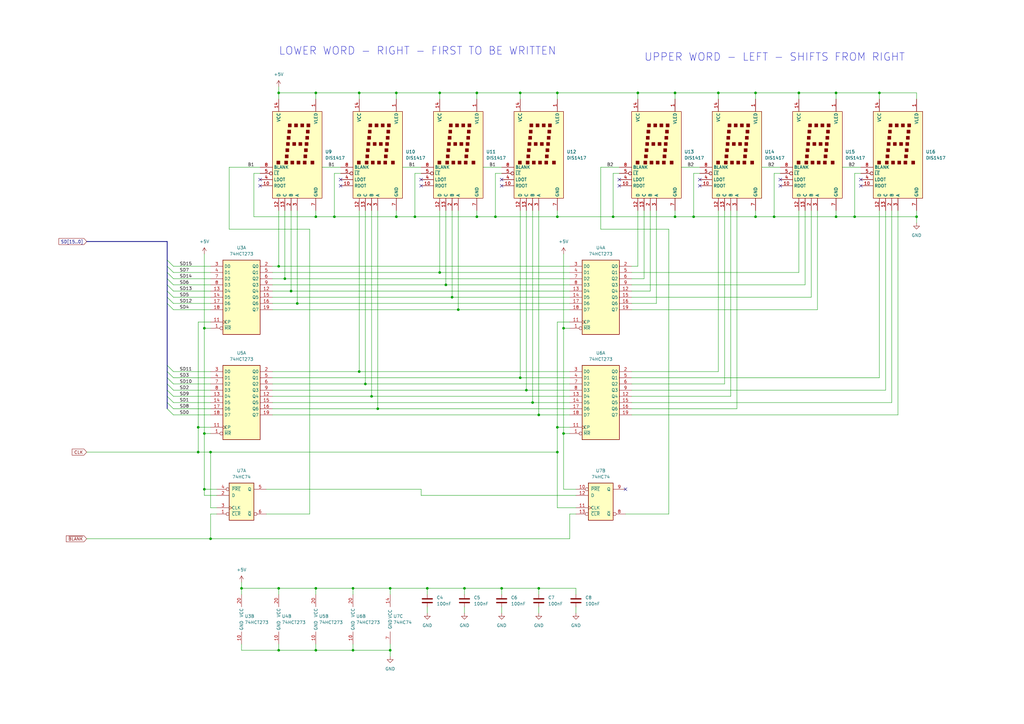
<source format=kicad_sch>
(kicad_sch (version 20211123) (generator eeschema)
  (paper "A3")
  (title_block (title "DISPLAYS") (date "2023-12-05") (rev "1") (company "(C) TOM STOREY") (comment 1 "FREE FOR NON-COMMERCIAL USE"))
  (lib_symbols
    (symbol "COMET_symbols:74x273"
      (property "Reference" "U" (at 0 0 0))
      (property "Value" "74x273" (at 0 0 0))
      (symbol "74x273_1_0"
        (pin input inverted (at -12.7 -12.7 0) (length 5.08) (name "~{MR}") (number "1"))
        (pin input clock (at -12.7 -10.16 0) (length 5.08) (name "CP") (number "11"))
        (pin output line (at 12.7 2.54 180) (length 5.08) (name "Q4") (number "12"))
        (pin input line (at -12.7 2.54 0) (length 5.08) (name "D4") (number "13"))
        (pin input line (at -12.7 0 0) (length 5.08) (name "D5") (number "14"))
        (pin output line (at 12.7 0 180) (length 5.08) (name "Q5") (number "15"))
        (pin output line (at 12.7 -2.54 180) (length 5.08) (name "Q6") (number "16"))
        (pin input line (at -12.7 -2.54 0) (length 5.08) (name "D6") (number "17"))
        (pin input line (at -12.7 -5.08 0) (length 5.08) (name "D7") (number "18"))
        (pin output line (at 12.7 -5.08 180) (length 5.08) (name "Q7") (number "19"))
        (pin output line (at 12.7 12.7 180) (length 5.08) (name "Q0") (number "2"))
        (pin input line (at -12.7 12.7 0) (length 5.08) (name "D0") (number "3"))
        (pin input line (at -12.7 10.16 0) (length 5.08) (name "D1") (number "4"))
        (pin output line (at 12.7 10.16 180) (length 5.08) (name "Q1") (number "5"))
        (pin output line (at 12.7 7.62 180) (length 5.08) (name "Q2") (number "6"))
        (pin input line (at -12.7 7.62 0) (length 5.08) (name "D2") (number "7"))
        (pin input line (at -12.7 5.08 0) (length 5.08) (name "D3") (number "8"))
        (pin output line (at 12.7 5.08 180) (length 5.08) (name "Q3") (number "9"))
      )
      (symbol "74x273_1_1"
        (rectangle (start -7.62 15.24) (end 7.62 -15.24) (stroke (width 0.254)) (fill (type background)))
      )
      (symbol "74x273_2_0"
        (pin power_in line (at 0 -10.16 90) (length 5.08) (name "GND") (number "10"))
        (pin power_in line (at 0 10.16 270) (length 5.08) (name "VCC") (number "20"))
      )
    )
    (symbol "COMET_symbols:74x74" (pin_names (offset 1.016))
      (property "Reference" "U" (at 0 0 0))
      (property "Value" "74x74" (at 0 0 0))
      (symbol "74x74_1_1"
        (rectangle (start -5.08 7.62) (end 5.08 -7.62) (stroke (width 0.254)) (fill (type background)))
        (pin input inverted (at -10.16 -5.08 0) (length 5.08) (name "~{CLR}") (number "1"))
        (pin input line (at -10.16 2.54 0) (length 5.08) (name "D") (number "2"))
        (pin input clock (at -10.16 -2.54 0) (length 5.08) (name "CLK") (number "3"))
        (pin input inverted (at -10.16 5.08 0) (length 5.08) (name "~{PRE}") (number "4"))
        (pin output line (at 10.16 5.08 180) (length 5.08) (name "Q") (number "5"))
        (pin output inverted (at 10.16 -5.08 180) (length 5.08) (name "~{Q}") (number "6"))
      )
      (symbol "74x74_2_1"
        (rectangle (start -5.08 7.62) (end 5.08 -7.62) (stroke (width 0.254)) (fill (type background)))
        (pin input inverted (at -10.16 5.08 0) (length 5.08) (name "~{PRE}") (number "10"))
        (pin input clock (at -10.16 -2.54 0) (length 5.08) (name "CLK") (number "11"))
        (pin input line (at -10.16 2.54 0) (length 5.08) (name "D") (number "12"))
        (pin input inverted (at -10.16 -5.08 0) (length 5.08) (name "~{CLR}") (number "13"))
        (pin output inverted (at 10.16 -5.08 180) (length 5.08) (name "~{Q}") (number "8"))
        (pin output line (at 10.16 5.08 180) (length 5.08) (name "Q") (number "9"))
      )
      (symbol "74x74_3_0"
        (pin power_in line (at 0 10.16 270) (length 5.08) (name "VCC") (number "14"))
        (pin power_in line (at 0 -10.16 90) (length 5.08) (name "GND") (number "7"))
      )
    )
    (symbol "COMET_symbols:C" (pin_numbers hide) (pin_names hide)
      (property "Reference" "C" (at 0 0 0))
      (property "Value" "C" (at 0 0 0))
      (symbol "C_0_1"
        (polyline (pts (xy -2.032 -0.762) (xy 2.032 -0.762)) (stroke (width 0.508)))
        (polyline (pts (xy -2.032 0.762) (xy 2.032 0.762)) (stroke (width 0.508)))
      )
      (symbol "C_1_1"
        (pin passive line (at 0 2.54 270) (length 1.524) (name "~") (number "1"))
        (pin passive line (at 0 -2.54 90) (length 1.524) (name "~") (number "2"))
      )
    )
    (symbol "Debug_Display_Board:DIS1417"
      (property "Reference" "U" (at 0 0 0))
      (property "Value" "DIS1417" (at 0 0 0))
      (symbol "DIS1417_0_1"
        (rectangle (start -10.16 17.78) (end 10.16 -17.78) (stroke (width 0.2032)) (fill (type background)))
        (rectangle (start -8.382 -2.54) (end -7.112 -3.81) (stroke (width 0.2032)) (fill (type outline)))
        (rectangle (start -5.207 -2.54) (end -3.937 -3.81) (stroke (width 0.2032)) (fill (type outline)))
        (rectangle (start -4.953 0) (end -3.683 -1.27) (stroke (width 0.2032)) (fill (type outline)))
        (rectangle (start -4.699 2.54) (end -3.429 1.27) (stroke (width 0.2032)) (fill (type outline)))
        (rectangle (start -4.445 5.08) (end -3.175 3.81) (stroke (width 0.2032)) (fill (type outline)))
        (rectangle (start -4.191 7.62) (end -2.921 6.35) (stroke (width 0.2032)) (fill (type outline)))
        (rectangle (start -3.937 10.16) (end -2.667 8.89) (stroke (width 0.2032)) (fill (type outline)))
        (rectangle (start -3.683 12.7) (end -2.413 11.43) (stroke (width 0.2032)) (fill (type outline)))
        (rectangle (start -2.667 -2.54) (end -1.397 -3.81) (stroke (width 0.2032)) (fill (type outline)))
        (rectangle (start -1.905 5.08) (end -0.635 3.81) (stroke (width 0.2032)) (fill (type outline)))
        (rectangle (start -1.143 12.7) (end 0.127 11.43) (stroke (width 0.2032)) (fill (type outline)))
        (rectangle (start -0.127 -2.54) (end 1.143 -3.81) (stroke (width 0.2032)) (fill (type outline)))
        (rectangle (start 0.635 5.08) (end 1.905 3.81) (stroke (width 0.2032)) (fill (type outline)))
        (rectangle (start 1.397 12.7) (end 2.667 11.43) (stroke (width 0.2032)) (fill (type outline)))
        (rectangle (start 2.413 -2.54) (end 3.683 -3.81) (stroke (width 0.2032)) (fill (type outline)))
        (rectangle (start 2.667 0) (end 3.937 -1.27) (stroke (width 0.2032)) (fill (type outline)))
        (rectangle (start 2.921 2.54) (end 4.191 1.27) (stroke (width 0.2032)) (fill (type outline)))
        (rectangle (start 3.175 5.08) (end 4.445 3.81) (stroke (width 0.2032)) (fill (type outline)))
        (rectangle (start 3.429 7.62) (end 4.699 6.35) (stroke (width 0.2032)) (fill (type outline)))
        (rectangle (start 3.683 10.16) (end 4.953 8.89) (stroke (width 0.2032)) (fill (type outline)))
        (rectangle (start 3.937 12.7) (end 5.207 11.43) (stroke (width 0.2032)) (fill (type outline)))
        (rectangle (start 5.588 -2.54) (end 6.858 -3.81) (stroke (width 0.2032)) (fill (type outline)))
      )
      (symbol "DIS1417_1_0"
        (pin power_in line (at 7.62 22.86 270) (length 5.08) (name "VLED") (number "1"))
        (pin input line (at -15.24 -12.7 0) (length 5.08) (name "RDOT") (number "10"))
        (pin input line (at -7.62 -22.86 90) (length 5.08) (name "D") (number "12"))
        (pin input line (at -5.08 -22.86 90) (length 5.08) (name "C") (number "13"))
        (pin power_in line (at -7.62 22.86 270) (length 5.08) (name "VCC") (number "14"))
        (pin input line (at -2.54 -22.86 90) (length 5.08) (name "B") (number "2"))
        (pin input line (at 0 -22.86 90) (length 5.08) (name "A") (number "3"))
        (pin input line (at -15.24 -10.16 0) (length 5.08) (name "LDOT") (number "4"))
        (pin input inverted (at -15.24 -7.62 0) (length 5.08) (name "~{LE}") (number "5"))
        (pin power_in line (at 7.62 -22.86 90) (length 5.08) (name "GND") (number "7"))
        (pin input line (at -15.24 -5.08 0) (length 5.08) (name "BLANK") (number "8"))
      )
    )
    (symbol "power:+5V" (power) (pin_names (offset 0))
      (property "Value" "+5V" (at 0 3.556 0))
      (symbol "+5V_0_1"
        (polyline (pts (xy -0.762 1.27) (xy 0 2.54)))
        (polyline (pts (xy 0 0) (xy 0 2.54)))
        (polyline (pts (xy 0 2.54) (xy 0.762 1.27)))
      )
      (symbol "+5V_1_1"
        (pin power_in line (at 0 0 90) (length 0) hide (name "+5V") (number "1"))
      )
    )
    (symbol "power:GND" (power) (pin_names (offset 0))
      (property "Value" "GND" (at 0 -3.81 0))
      (symbol "GND_0_1"
        (polyline (pts (xy 0 0) (xy 0 -1.27) (xy 1.27 -1.27) (xy 0 -2.54) (xy -1.27 -1.27) (xy 0 -1.27)))
      )
      (symbol "GND_1_1"
        (pin power_in line (at 0 0 270) (length 0) hide (name "GND") (number "1"))
      )
    )
  )
  (junction (at 149.86 157.48))
  (junction (at 162.56 38.1))
  (junction (at 129.54 88.9))
  (junction (at 114.3 241.3))
  (junction (at 251.46 88.9))
  (junction (at 342.9 38.1))
  (junction (at 175.26 241.3))
  (junction (at 129.54 266.7))
  (junction (at 190.5 241.3))
  (junction (at 327.66 38.1))
  (junction (at 144.78 266.7))
  (junction (at 276.86 38.1))
  (junction (at 218.44 165.1))
  (junction (at 228.6 185.42))
  (junction (at 86.36 220.98))
  (junction (at 205.74 241.3))
  (junction (at 83.82 134.62))
  (junction (at 276.86 88.9))
  (junction (at 116.84 114.3))
  (junction (at 180.34 38.1))
  (junction (at 309.88 38.1))
  (junction (at 309.88 88.9))
  (junction (at 195.58 88.9))
  (junction (at 228.6 175.26))
  (junction (at 317.5 88.9))
  (junction (at 121.92 124.46))
  (junction (at 180.34 111.76))
  (junction (at 99.06 241.3))
  (junction (at 144.78 241.3))
  (junction (at 261.62 38.1))
  (junction (at 187.96 127))
  (junction (at 203.2 88.9))
  (junction (at 129.54 38.1))
  (junction (at 119.38 119.38))
  (junction (at 81.28 185.42))
  (junction (at 83.82 177.8))
  (junction (at 231.14 177.8))
  (junction (at 350.52 88.9))
  (junction (at 231.14 134.62))
  (junction (at 147.32 152.4))
  (junction (at 228.6 88.9))
  (junction (at 152.4 162.56))
  (junction (at 114.3 109.22))
  (junction (at 83.82 200.66))
  (junction (at 185.42 121.92))
  (junction (at 160.02 241.3))
  (junction (at 137.16 88.9))
  (junction (at 284.48 88.9))
  (junction (at 220.98 170.18))
  (junction (at 220.98 241.3))
  (junction (at 213.36 154.94))
  (junction (at 129.54 241.3))
  (junction (at 213.36 38.1))
  (junction (at 375.92 88.9))
  (junction (at 215.9 160.02))
  (junction (at 147.32 38.1))
  (junction (at 228.6 38.1))
  (junction (at 160.02 266.7))
  (junction (at 162.56 88.9))
  (junction (at 81.28 175.26))
  (junction (at 294.64 38.1))
  (junction (at 360.68 38.1))
  (junction (at 114.3 266.7))
  (junction (at 114.3 38.1))
  (junction (at 170.18 88.9))
  (junction (at 86.36 185.42))
  (junction (at 154.94 167.64))
  (junction (at 342.9 88.9))
  (junction (at 195.58 38.1))
  (junction (at 182.88 116.84))
  (no_connect (at 205.74 73.66))
  (no_connect (at 254 76.2))
  (no_connect (at 287.02 73.66))
  (no_connect (at 205.74 76.2))
  (no_connect (at 320.04 73.66))
  (no_connect (at 320.04 76.2))
  (no_connect (at 353.06 76.2))
  (no_connect (at 106.68 76.2))
  (no_connect (at 172.72 76.2))
  (no_connect (at 172.72 73.66))
  (no_connect (at 139.7 76.2))
  (no_connect (at 106.68 73.66))
  (no_connect (at 139.7 73.66))
  (no_connect (at 353.06 73.66))
  (no_connect (at 287.02 76.2))
  (no_connect (at 254 73.66))
  (no_connect (at 256.54 200.66))
  (bus_entry (at 68.58 157.48) (size 2.54 2.54))
  (bus_entry (at 68.58 116.84) (size 2.54 2.54))
  (bus_entry (at 68.58 162.56) (size 2.54 2.54))
  (bus_entry (at 68.58 119.38) (size 2.54 2.54))
  (bus_entry (at 68.58 121.92) (size 2.54 2.54))
  (bus_entry (at 68.58 114.3) (size 2.54 2.54))
  (bus_entry (at 68.58 152.4) (size 2.54 2.54))
  (bus_entry (at 68.58 124.46) (size 2.54 2.54))
  (bus_entry (at 68.58 109.22) (size 2.54 2.54))
  (bus_entry (at 68.58 111.76) (size 2.54 2.54))
  (bus_entry (at 68.58 149.86) (size 2.54 2.54))
  (bus_entry (at 68.58 106.68) (size 2.54 2.54))
  (bus_entry (at 68.58 167.64) (size 2.54 2.54))
  (bus_entry (at 68.58 165.1) (size 2.54 2.54))
  (bus_entry (at 68.58 154.94) (size 2.54 2.54))
  (bus_entry (at 68.58 160.02) (size 2.54 2.54))
  (wire (pts (xy 261.62 38.1) (xy 276.86 38.1)))
  (wire (pts (xy 154.94 86.36) (xy 154.94 167.64)))
  (wire (pts (xy 233.68 170.18) (xy 220.98 170.18)))
  (wire (pts (xy 109.22 200.66) (xy 172.72 200.66)))
  (wire (pts (xy 195.58 38.1) (xy 213.36 38.1)))
  (wire (pts (xy 259.08 165.1) (xy 365.76 165.1)))
  (bus (pts (xy 68.58 111.76) (xy 68.58 109.22)))
  (wire (pts (xy 114.3 38.1) (xy 129.54 38.1)))
  (wire (pts (xy 129.54 38.1) (xy 129.54 40.64)))
  (wire (pts (xy 114.3 264.16) (xy 114.3 266.7)))
  (bus (pts (xy 68.58 119.38) (xy 68.58 116.84)))
  (wire (pts (xy 246.38 93.98) (xy 274.32 93.98)))
  (wire (pts (xy 71.12 167.64) (xy 86.36 167.64)))
  (wire (pts (xy 254 68.58) (xy 246.38 68.58)))
  (wire (pts (xy 71.12 124.46) (xy 86.36 124.46)))
  (wire (pts (xy 99.06 241.3) (xy 114.3 241.3)))
  (wire (pts (xy 276.86 38.1) (xy 294.64 38.1)))
  (wire (pts (xy 363.22 86.36) (xy 363.22 160.02)))
  (wire (pts (xy 246.38 68.58) (xy 246.38 93.98)))
  (wire (pts (xy 172.72 203.2) (xy 236.22 203.2)))
  (wire (pts (xy 119.38 86.36) (xy 119.38 119.38)))
  (wire (pts (xy 187.96 127) (xy 111.76 127)))
  (wire (pts (xy 287.02 71.12) (xy 284.48 71.12)))
  (wire (pts (xy 365.76 86.36) (xy 365.76 165.1)))
  (wire (pts (xy 71.12 162.56) (xy 86.36 162.56)))
  (wire (pts (xy 233.68 162.56) (xy 152.4 162.56)))
  (wire (pts (xy 160.02 266.7) (xy 160.02 269.24)))
  (wire (pts (xy 231.14 200.66) (xy 231.14 177.8)))
  (wire (pts (xy 83.82 134.62) (xy 83.82 177.8)))
  (wire (pts (xy 259.08 124.46) (xy 269.24 124.46)))
  (wire (pts (xy 185.42 86.36) (xy 185.42 121.92)))
  (wire (pts (xy 213.36 38.1) (xy 228.6 38.1)))
  (wire (pts (xy 114.3 266.7) (xy 129.54 266.7)))
  (bus (pts (xy 68.58 157.48) (xy 68.58 154.94)))
  (wire (pts (xy 233.68 121.92) (xy 185.42 121.92)))
  (wire (pts (xy 259.08 111.76) (xy 327.66 111.76)))
  (wire (pts (xy 233.68 132.08) (xy 228.6 132.08)))
  (wire (pts (xy 93.98 68.58) (xy 93.98 93.98)))
  (wire (pts (xy 320.04 68.58) (xy 312.42 68.58)))
  (wire (pts (xy 360.68 38.1) (xy 360.68 40.64)))
  (wire (pts (xy 88.9 200.66) (xy 83.82 200.66)))
  (wire (pts (xy 299.72 86.36) (xy 299.72 162.56)))
  (wire (pts (xy 175.26 241.3) (xy 160.02 241.3)))
  (wire (pts (xy 83.82 200.66) (xy 83.82 177.8)))
  (wire (pts (xy 261.62 86.36) (xy 261.62 109.22)))
  (wire (pts (xy 172.72 68.58) (xy 165.1 68.58)))
  (wire (pts (xy 259.08 157.48) (xy 297.18 157.48)))
  (bus (pts (xy 68.58 124.46) (xy 68.58 121.92)))
  (wire (pts (xy 236.22 200.66) (xy 231.14 200.66)))
  (wire (pts (xy 375.92 38.1) (xy 375.92 40.64)))
  (wire (pts (xy 116.84 114.3) (xy 111.76 114.3)))
  (wire (pts (xy 160.02 264.16) (xy 160.02 266.7)))
  (wire (pts (xy 149.86 157.48) (xy 111.76 157.48)))
  (wire (pts (xy 259.08 121.92) (xy 332.74 121.92)))
  (wire (pts (xy 86.36 220.98) (xy 233.68 220.98)))
  (wire (pts (xy 233.68 152.4) (xy 147.32 152.4)))
  (wire (pts (xy 205.74 241.3) (xy 190.5 241.3)))
  (wire (pts (xy 195.58 88.9) (xy 203.2 88.9)))
  (wire (pts (xy 254 71.12) (xy 251.46 71.12)))
  (wire (pts (xy 144.78 241.3) (xy 144.78 243.84)))
  (wire (pts (xy 342.9 38.1) (xy 360.68 38.1)))
  (wire (pts (xy 233.68 109.22) (xy 114.3 109.22)))
  (wire (pts (xy 228.6 38.1) (xy 228.6 40.64)))
  (wire (pts (xy 233.68 157.48) (xy 149.86 157.48)))
  (wire (pts (xy 269.24 86.36) (xy 269.24 124.46)))
  (wire (pts (xy 180.34 86.36) (xy 180.34 111.76)))
  (wire (pts (xy 152.4 162.56) (xy 111.76 162.56)))
  (bus (pts (xy 68.58 152.4) (xy 68.58 149.86)))
  (wire (pts (xy 83.82 203.2) (xy 83.82 200.66)))
  (wire (pts (xy 213.36 38.1) (xy 213.36 40.64)))
  (wire (pts (xy 71.12 121.92) (xy 86.36 121.92)))
  (wire (pts (xy 327.66 86.36) (xy 327.66 111.76)))
  (wire (pts (xy 228.6 86.36) (xy 228.6 88.9)))
  (wire (pts (xy 71.12 114.3) (xy 86.36 114.3)))
  (wire (pts (xy 160.02 241.3) (xy 160.02 243.84)))
  (wire (pts (xy 233.68 210.82) (xy 233.68 220.98)))
  (wire (pts (xy 149.86 86.36) (xy 149.86 157.48)))
  (wire (pts (xy 129.54 266.7) (xy 144.78 266.7)))
  (wire (pts (xy 99.06 266.7) (xy 114.3 266.7)))
  (wire (pts (xy 320.04 71.12) (xy 317.5 71.12)))
  (wire (pts (xy 368.3 86.36) (xy 368.3 170.18)))
  (wire (pts (xy 71.12 170.18) (xy 86.36 170.18)))
  (wire (pts (xy 259.08 119.38) (xy 266.7 119.38)))
  (wire (pts (xy 121.92 124.46) (xy 111.76 124.46)))
  (wire (pts (xy 195.58 86.36) (xy 195.58 88.9)))
  (wire (pts (xy 332.74 86.36) (xy 332.74 121.92)))
  (bus (pts (xy 68.58 109.22) (xy 68.58 106.68)))
  (wire (pts (xy 114.3 241.3) (xy 114.3 243.84)))
  (wire (pts (xy 236.22 210.82) (xy 233.68 210.82)))
  (wire (pts (xy 162.56 88.9) (xy 170.18 88.9)))
  (wire (pts (xy 259.08 152.4) (xy 294.64 152.4)))
  (wire (pts (xy 104.14 71.12) (xy 104.14 88.9)))
  (wire (pts (xy 83.82 104.14) (xy 83.82 134.62)))
  (bus (pts (xy 68.58 165.1) (xy 68.58 162.56)))
  (wire (pts (xy 180.34 38.1) (xy 180.34 40.64)))
  (wire (pts (xy 182.88 116.84) (xy 111.76 116.84)))
  (wire (pts (xy 233.68 160.02) (xy 215.9 160.02)))
  (wire (pts (xy 81.28 175.26) (xy 81.28 185.42)))
  (wire (pts (xy 317.5 88.9) (xy 342.9 88.9)))
  (wire (pts (xy 220.98 86.36) (xy 220.98 170.18)))
  (wire (pts (xy 251.46 88.9) (xy 276.86 88.9)))
  (wire (pts (xy 190.5 248.92) (xy 190.5 251.46)))
  (wire (pts (xy 353.06 68.58) (xy 345.44 68.58)))
  (wire (pts (xy 86.36 210.82) (xy 86.36 220.98)))
  (wire (pts (xy 175.26 243.84) (xy 175.26 241.3)))
  (wire (pts (xy 233.68 111.76) (xy 180.34 111.76)))
  (wire (pts (xy 170.18 88.9) (xy 195.58 88.9)))
  (wire (pts (xy 231.14 104.14) (xy 231.14 134.62)))
  (wire (pts (xy 215.9 160.02) (xy 111.76 160.02)))
  (wire (pts (xy 259.08 170.18) (xy 368.3 170.18)))
  (wire (pts (xy 335.28 86.36) (xy 335.28 127)))
  (wire (pts (xy 93.98 93.98) (xy 127 93.98)))
  (wire (pts (xy 309.88 86.36) (xy 309.88 88.9)))
  (wire (pts (xy 259.08 114.3) (xy 264.16 114.3)))
  (bus (pts (xy 68.58 160.02) (xy 68.58 157.48)))
  (wire (pts (xy 233.68 165.1) (xy 218.44 165.1)))
  (wire (pts (xy 205.74 248.92) (xy 205.74 251.46)))
  (wire (pts (xy 81.28 185.42) (xy 86.36 185.42)))
  (wire (pts (xy 259.08 109.22) (xy 261.62 109.22)))
  (wire (pts (xy 81.28 132.08) (xy 81.28 175.26)))
  (wire (pts (xy 218.44 86.36) (xy 218.44 165.1)))
  (bus (pts (xy 68.58 121.92) (xy 68.58 119.38)))
  (wire (pts (xy 342.9 38.1) (xy 342.9 40.64)))
  (wire (pts (xy 284.48 71.12) (xy 284.48 88.9)))
  (wire (pts (xy 127 93.98) (xy 127 210.82)))
  (wire (pts (xy 99.06 264.16) (xy 99.06 266.7)))
  (wire (pts (xy 353.06 71.12) (xy 350.52 71.12)))
  (wire (pts (xy 185.42 121.92) (xy 111.76 121.92)))
  (bus (pts (xy 35.56 99.06) (xy 68.58 99.06)))
  (wire (pts (xy 71.12 109.22) (xy 86.36 109.22)))
  (wire (pts (xy 35.56 220.98) (xy 86.36 220.98)))
  (wire (pts (xy 203.2 71.12) (xy 203.2 88.9)))
  (wire (pts (xy 330.2 86.36) (xy 330.2 116.84)))
  (wire (pts (xy 215.9 86.36) (xy 215.9 160.02)))
  (wire (pts (xy 231.14 177.8) (xy 233.68 177.8)))
  (wire (pts (xy 302.26 86.36) (xy 302.26 167.64)))
  (wire (pts (xy 116.84 86.36) (xy 116.84 114.3)))
  (wire (pts (xy 350.52 71.12) (xy 350.52 88.9)))
  (wire (pts (xy 71.12 127) (xy 86.36 127)))
  (wire (pts (xy 71.12 152.4) (xy 86.36 152.4)))
  (wire (pts (xy 162.56 38.1) (xy 162.56 40.64)))
  (wire (pts (xy 162.56 86.36) (xy 162.56 88.9)))
  (wire (pts (xy 233.68 154.94) (xy 213.36 154.94)))
  (wire (pts (xy 119.38 119.38) (xy 111.76 119.38)))
  (wire (pts (xy 139.7 71.12) (xy 137.16 71.12)))
  (wire (pts (xy 266.7 86.36) (xy 266.7 119.38)))
  (wire (pts (xy 99.06 241.3) (xy 99.06 243.84)))
  (wire (pts (xy 220.98 170.18) (xy 111.76 170.18)))
  (wire (pts (xy 83.82 177.8) (xy 86.36 177.8)))
  (wire (pts (xy 144.78 241.3) (xy 160.02 241.3)))
  (wire (pts (xy 147.32 86.36) (xy 147.32 152.4)))
  (wire (pts (xy 236.22 243.84) (xy 236.22 241.3)))
  (wire (pts (xy 274.32 93.98) (xy 274.32 210.82)))
  (wire (pts (xy 195.58 38.1) (xy 195.58 40.64)))
  (wire (pts (xy 127 210.82) (xy 109.22 210.82)))
  (wire (pts (xy 86.36 208.28) (xy 86.36 185.42)))
  (wire (pts (xy 233.68 114.3) (xy 116.84 114.3)))
  (wire (pts (xy 71.12 165.1) (xy 86.36 165.1)))
  (bus (pts (xy 68.58 162.56) (xy 68.58 160.02)))
  (wire (pts (xy 114.3 86.36) (xy 114.3 109.22)))
  (wire (pts (xy 114.3 241.3) (xy 129.54 241.3)))
  (wire (pts (xy 220.98 243.84) (xy 220.98 241.3)))
  (wire (pts (xy 327.66 38.1) (xy 327.66 40.64)))
  (wire (pts (xy 287.02 68.58) (xy 279.4 68.58)))
  (wire (pts (xy 259.08 160.02) (xy 363.22 160.02)))
  (bus (pts (xy 68.58 149.86) (xy 68.58 124.46)))
  (wire (pts (xy 259.08 116.84) (xy 330.2 116.84)))
  (wire (pts (xy 137.16 88.9) (xy 162.56 88.9)))
  (wire (pts (xy 228.6 88.9) (xy 251.46 88.9)))
  (wire (pts (xy 152.4 86.36) (xy 152.4 162.56)))
  (wire (pts (xy 182.88 86.36) (xy 182.88 116.84)))
  (wire (pts (xy 375.92 86.36) (xy 375.92 88.9)))
  (wire (pts (xy 162.56 38.1) (xy 180.34 38.1)))
  (wire (pts (xy 147.32 38.1) (xy 147.32 40.64)))
  (wire (pts (xy 147.32 38.1) (xy 162.56 38.1)))
  (wire (pts (xy 342.9 88.9) (xy 350.52 88.9)))
  (wire (pts (xy 71.12 160.02) (xy 86.36 160.02)))
  (wire (pts (xy 154.94 167.64) (xy 111.76 167.64)))
  (wire (pts (xy 81.28 175.26) (xy 86.36 175.26)))
  (wire (pts (xy 297.18 86.36) (xy 297.18 157.48)))
  (wire (pts (xy 213.36 154.94) (xy 111.76 154.94)))
  (wire (pts (xy 228.6 132.08) (xy 228.6 175.26)))
  (wire (pts (xy 360.68 38.1) (xy 375.92 38.1)))
  (wire (pts (xy 309.88 38.1) (xy 327.66 38.1)))
  (wire (pts (xy 205.74 71.12) (xy 203.2 71.12)))
  (wire (pts (xy 114.3 109.22) (xy 111.76 109.22)))
  (wire (pts (xy 205.74 243.84) (xy 205.74 241.3)))
  (wire (pts (xy 129.54 264.16) (xy 129.54 266.7)))
  (wire (pts (xy 327.66 38.1) (xy 342.9 38.1)))
  (wire (pts (xy 203.2 88.9) (xy 228.6 88.9)))
  (wire (pts (xy 233.68 134.62) (xy 231.14 134.62)))
  (wire (pts (xy 129.54 86.36) (xy 129.54 88.9)))
  (wire (pts (xy 236.22 208.28) (xy 228.6 208.28)))
  (wire (pts (xy 144.78 266.7) (xy 160.02 266.7)))
  (wire (pts (xy 88.9 208.28) (xy 86.36 208.28)))
  (wire (pts (xy 294.64 38.1) (xy 294.64 40.64)))
  (wire (pts (xy 172.72 71.12) (xy 170.18 71.12)))
  (wire (pts (xy 180.34 38.1) (xy 195.58 38.1)))
  (bus (pts (xy 68.58 167.64) (xy 68.58 165.1)))
  (wire (pts (xy 121.92 86.36) (xy 121.92 124.46)))
  (wire (pts (xy 71.12 111.76) (xy 86.36 111.76)))
  (wire (pts (xy 213.36 86.36) (xy 213.36 154.94)))
  (wire (pts (xy 139.7 68.58) (xy 132.08 68.58)))
  (wire (pts (xy 228.6 38.1) (xy 261.62 38.1)))
  (wire (pts (xy 86.36 185.42) (xy 228.6 185.42)))
  (wire (pts (xy 236.22 248.92) (xy 236.22 251.46)))
  (wire (pts (xy 228.6 208.28) (xy 228.6 185.42)))
  (wire (pts (xy 129.54 241.3) (xy 129.54 243.84)))
  (wire (pts (xy 309.88 38.1) (xy 309.88 40.64)))
  (wire (pts (xy 309.88 88.9) (xy 317.5 88.9)))
  (wire (pts (xy 264.16 86.36) (xy 264.16 114.3)))
  (wire (pts (xy 261.62 38.1) (xy 261.62 40.64)))
  (wire (pts (xy 375.92 88.9) (xy 375.92 91.44)))
  (wire (pts (xy 144.78 264.16) (xy 144.78 266.7)))
  (wire (pts (xy 228.6 175.26) (xy 228.6 185.42)))
  (wire (pts (xy 233.68 116.84) (xy 182.88 116.84)))
  (bus (pts (xy 68.58 154.94) (xy 68.58 152.4)))
  (wire (pts (xy 190.5 243.84) (xy 190.5 241.3)))
  (wire (pts (xy 88.9 203.2) (xy 83.82 203.2)))
  (wire (pts (xy 114.3 35.56) (xy 114.3 38.1)))
  (wire (pts (xy 274.32 210.82) (xy 256.54 210.82)))
  (wire (pts (xy 360.68 86.36) (xy 360.68 154.94)))
  (wire (pts (xy 71.12 116.84) (xy 86.36 116.84)))
  (wire (pts (xy 99.06 238.76) (xy 99.06 241.3)))
  (wire (pts (xy 71.12 119.38) (xy 86.36 119.38)))
  (wire (pts (xy 71.12 157.48) (xy 86.36 157.48)))
  (wire (pts (xy 180.34 111.76) (xy 111.76 111.76)))
  (wire (pts (xy 220.98 241.3) (xy 205.74 241.3)))
  (wire (pts (xy 294.64 86.36) (xy 294.64 152.4)))
  (wire (pts (xy 259.08 167.64) (xy 302.26 167.64)))
  (wire (pts (xy 342.9 86.36) (xy 342.9 88.9)))
  (wire (pts (xy 170.18 71.12) (xy 170.18 88.9)))
  (wire (pts (xy 86.36 132.08) (xy 81.28 132.08)))
  (wire (pts (xy 317.5 71.12) (xy 317.5 88.9)))
  (wire (pts (xy 104.14 88.9) (xy 129.54 88.9)))
  (wire (pts (xy 259.08 127) (xy 335.28 127)))
  (wire (pts (xy 129.54 88.9) (xy 137.16 88.9)))
  (wire (pts (xy 228.6 175.26) (xy 233.68 175.26)))
  (wire (pts (xy 276.86 88.9) (xy 284.48 88.9)))
  (wire (pts (xy 190.5 241.3) (xy 175.26 241.3)))
  (wire (pts (xy 233.68 127) (xy 187.96 127)))
  (wire (pts (xy 284.48 88.9) (xy 309.88 88.9)))
  (wire (pts (xy 114.3 38.1) (xy 114.3 40.64)))
  (wire (pts (xy 259.08 162.56) (xy 299.72 162.56)))
  (wire (pts (xy 231.14 134.62) (xy 231.14 177.8)))
  (wire (pts (xy 350.52 88.9) (xy 375.92 88.9)))
  (wire (pts (xy 129.54 38.1) (xy 147.32 38.1)))
  (wire (pts (xy 233.68 124.46) (xy 121.92 124.46)))
  (wire (pts (xy 187.96 86.36) (xy 187.96 127)))
  (wire (pts (xy 129.54 241.3) (xy 144.78 241.3)))
  (wire (pts (xy 276.86 38.1) (xy 276.86 40.64)))
  (wire (pts (xy 218.44 165.1) (xy 111.76 165.1)))
  (wire (pts (xy 71.12 154.94) (xy 86.36 154.94)))
  (wire (pts (xy 86.36 134.62) (xy 83.82 134.62)))
  (wire (pts (xy 175.26 248.92) (xy 175.26 251.46)))
  (wire (pts (xy 93.98 68.58) (xy 106.68 68.58)))
  (wire (pts (xy 137.16 71.12) (xy 137.16 88.9)))
  (bus (pts (xy 68.58 106.68) (xy 68.58 99.06)))
  (wire (pts (xy 251.46 71.12) (xy 251.46 88.9)))
  (wire (pts (xy 106.68 71.12) (xy 104.14 71.12)))
  (wire (pts (xy 233.68 167.64) (xy 154.94 167.64)))
  (bus (pts (xy 68.58 116.84) (xy 68.58 114.3)))
  (wire (pts (xy 294.64 38.1) (xy 309.88 38.1)))
  (wire (pts (xy 259.08 154.94) (xy 360.68 154.94)))
  (wire (pts (xy 236.22 241.3) (xy 220.98 241.3)))
  (wire (pts (xy 276.86 86.36) (xy 276.86 88.9)))
  (bus (pts (xy 68.58 114.3) (xy 68.58 111.76)))
  (wire (pts (xy 35.56 185.42) (xy 81.28 185.42)))
  (wire (pts (xy 233.68 119.38) (xy 119.38 119.38)))
  (wire (pts (xy 220.98 248.92) (xy 220.98 251.46)))
  (wire (pts (xy 172.72 200.66) (xy 172.72 203.2)))
  (wire (pts (xy 147.32 152.4) (xy 111.76 152.4)))
  (wire (pts (xy 205.74 68.58) (xy 198.12 68.58)))
  (wire (pts (xy 88.9 210.82) (xy 86.36 210.82)))
  (text "LOWER WORD - RIGHT - FIRST TO BE WRITTEN" (at 114.3 22.86 0) (effects (font (size 3.175 3.175)) (justify left bottom)))
  (text "UPPER WORD - LEFT - SHIFTS FROM RIGHT" (at 264.16 25.4 0) (effects (font (size 3.175 3.175)) (justify left bottom)))
  (label "SD12" (at 73.66 124.46 0))
  (label "SD11" (at 73.66 152.4 0))
  (label "SD4" (at 73.66 127 0))
  (label "SD5" (at 73.66 121.92 0))
  (label "SD15" (at 73.66 109.22 0))
  (label "SD8" (at 73.66 167.64 0))
  (label "SD14" (at 73.66 114.3 0))
  (label "B2" (at 347.98 68.58 0))
  (label "SD0" (at 73.66 170.18 0))
  (label "SD9" (at 73.66 162.56 0))
  (label "B1" (at 134.62 68.58 0))
  (label "SD1" (at 73.66 165.1 0))
  (label "B2" (at 314.96 68.58 0))
  (label "SD6" (at 73.66 116.84 0))
  (label "B2" (at 281.94 68.58 0))
  (label "SD2" (at 73.66 160.02 0))
  (label "SD7" (at 73.66 111.76 0))
  (label "SD3" (at 73.66 154.94 0))
  (label "B1" (at 200.66 68.58 0))
  (label "SD10" (at 73.66 157.48 0))
  (label "B1" (at 101.6 68.58 0))
  (label "B2" (at 248.92 68.58 0))
  (label "B1" (at 167.64 68.58 0))
  (label "SD13" (at 73.66 119.38 0))
  (global_label "SD[15..0]" (shape input) (at 35.56 99.06 180) (property "Intersheet References" "${INTERSHEET_REFS}" (effects hide)))
  (global_label "~{BLANK}" (shape input) (at 35.56 220.98 180) (property "Intersheet References" "${INTERSHEET_REFS}" (effects hide)))
  (global_label "CLK" (shape input) (at 35.56 185.42 180) (property "Intersheet References" "${INTERSHEET_REFS}" (effects hide)))
  (symbol (lib_id "COMET_symbols:74x74") (at 160.02 254 0) (unit 3)
    (property "Reference" "U7" (at 161.29 252.7299 0) (effects (justify left)))
    (property "Value" "74HC74" (at 161.29 255.2699 0) (effects (justify left)))
  )
  (symbol (lib_id "COMET_symbols:74x273") (at 246.38 121.92 0) (unit 1)
    (property "Reference" "U4" (at 246.38 101.6 0))
    (property "Value" "74HCT273" (at 246.38 104.14 0))
  )
  (symbol (lib_id "Debug_Display_Board:DIS1417") (at 302.26 63.5 0) (unit 1)
    (property "Reference" "U14" (at 313.69 62.2299 0) (effects (justify left)))
    (property "Value" "DIS1417" (at 313.69 64.7699 0) (effects (justify left)))
    (property "Footprint" "Package_DIP:DIP-14_W7.62mm_Socket" (effects hide))
  )
  (symbol (lib_id "COMET_symbols:C") (at 236.22 246.38 0) (unit 1)
    (property "Reference" "C8" (at 240.03 245.1099 0) (effects (justify left)))
    (property "Value" "100nF" (at 240.03 247.6499 0) (effects (justify left)))
    (property "Footprint" "COMET_footprints:C_SMD0805" (effects hide))
  )
  (symbol (lib_id "Debug_Display_Board:DIS1417") (at 121.92 63.5 0) (unit 1)
    (property "Reference" "U9" (at 133.35 62.2299 0) (effects (justify left)))
    (property "Value" "DIS1417" (at 133.35 64.7699 0) (effects (justify left)))
    (property "Footprint" "Package_DIP:DIP-14_W7.62mm_Socket" (effects hide))
  )
  (symbol (lib_id "COMET_symbols:C") (at 220.98 246.38 0) (unit 1)
    (property "Reference" "C7" (at 224.79 245.1099 0) (effects (justify left)))
    (property "Value" "100nF" (at 224.79 247.6499 0) (effects (justify left)))
    (property "Footprint" "COMET_footprints:C_SMD0805" (effects hide))
  )
  (symbol (lib_id "COMET_symbols:C") (at 190.5 246.38 0) (unit 1)
    (property "Reference" "C5" (at 194.31 245.1099 0) (effects (justify left)))
    (property "Value" "100nF" (at 194.31 247.6499 0) (effects (justify left)))
    (property "Footprint" "COMET_footprints:C_SMD0805" (effects hide))
  )
  (symbol (lib_id "COMET_symbols:C") (at 205.74 246.38 0) (unit 1)
    (property "Reference" "C6" (at 209.55 245.1099 0) (effects (justify left)))
    (property "Value" "100nF" (at 209.55 247.6499 0) (effects (justify left)))
    (property "Footprint" "COMET_footprints:C_SMD0805" (effects hide))
  )
  (symbol (lib_id "power:GND") (at 220.98 251.46 0) (unit 1)
    (property "Reference" "#PWR024" (effects hide))
    (property "Value" "GND" (at 220.98 256.54 0))
  )
  (symbol (lib_id "Debug_Display_Board:DIS1417") (at 154.94 63.5 0) (unit 1)
    (property "Reference" "U10" (at 166.37 62.2299 0) (effects (justify left)))
    (property "Value" "DIS1417" (at 166.37 64.7699 0) (effects (justify left)))
    (property "Footprint" "Package_DIP:DIP-14_W7.62mm_Socket" (effects hide))
  )
  (symbol (lib_id "power:GND") (at 375.92 91.44 0) (unit 1)
    (property "Reference" "#PWR027" (effects hide))
    (property "Value" "GND" (at 375.92 96.52 0))
  )
  (symbol (lib_id "power:+5V") (at 231.14 104.14 0) (unit 1)
    (property "Reference" "#PWR025" (effects hide))
    (property "Value" "+5V" (at 231.14 99.06 0))
  )
  (symbol (lib_id "COMET_symbols:74x273") (at 246.38 165.1 0) (unit 1)
    (property "Reference" "U6" (at 246.38 144.78 0))
    (property "Value" "74HCT273" (at 246.38 147.32 0))
  )
  (symbol (lib_id "power:+5V") (at 99.06 238.76 0) (unit 1)
    (property "Reference" "#PWR018" (effects hide))
    (property "Value" "+5V" (at 99.06 233.68 0))
  )
  (symbol (lib_id "COMET_symbols:74x273") (at 99.06 121.92 0) (unit 1)
    (property "Reference" "U3" (at 99.06 101.6 0))
    (property "Value" "74HCT273" (at 99.06 104.14 0))
  )
  (symbol (lib_id "power:GND") (at 236.22 251.46 0) (unit 1)
    (property "Reference" "#PWR026" (effects hide))
    (property "Value" "GND" (at 236.22 256.54 0))
  )
  (symbol (lib_id "Debug_Display_Board:DIS1417") (at 335.28 63.5 0) (unit 1)
    (property "Reference" "U15" (at 346.71 62.2299 0) (effects (justify left)))
    (property "Value" "DIS1417" (at 346.71 64.7699 0) (effects (justify left)))
    (property "Footprint" "Package_DIP:DIP-14_W7.62mm_Socket" (effects hide))
  )
  (symbol (lib_id "COMET_symbols:74x74") (at 246.38 205.74 0) (unit 2)
    (property "Reference" "U7" (at 246.38 193.04 0))
    (property "Value" "74HC74" (at 246.38 195.58 0))
  )
  (symbol (lib_id "COMET_symbols:74x273") (at 99.06 165.1 0) (unit 1)
    (property "Reference" "U5" (at 99.06 144.78 0))
    (property "Value" "74HCT273" (at 99.06 147.32 0))
  )
  (symbol (lib_id "COMET_symbols:74x273") (at 99.06 254 0) (unit 2)
    (property "Reference" "U3" (at 100.33 252.7299 0) (effects (justify left)))
    (property "Value" "74HCT273" (at 100.33 255.2699 0) (effects (justify left)))
  )
  (symbol (lib_id "power:GND") (at 160.02 269.24 0) (unit 1)
    (property "Reference" "#PWR020" (effects hide))
    (property "Value" "GND" (at 160.02 274.32 0))
  )
  (symbol (lib_id "power:GND") (at 190.5 251.46 0) (unit 1)
    (property "Reference" "#PWR022" (effects hide))
    (property "Value" "GND" (at 190.5 256.54 0))
  )
  (symbol (lib_id "power:GND") (at 205.74 251.46 0) (unit 1)
    (property "Reference" "#PWR023" (effects hide))
    (property "Value" "GND" (at 205.74 256.54 0))
  )
  (symbol (lib_id "Debug_Display_Board:DIS1417") (at 187.96 63.5 0) (unit 1)
    (property "Reference" "U11" (at 199.39 62.2299 0) (effects (justify left)))
    (property "Value" "DIS1417" (at 199.39 64.7699 0) (effects (justify left)))
    (property "Footprint" "Package_DIP:DIP-14_W7.62mm_Socket" (effects hide))
  )
  (symbol (lib_id "Debug_Display_Board:DIS1417") (at 269.24 63.5 0) (unit 1)
    (property "Reference" "U13" (at 280.67 62.2299 0) (effects (justify left)))
    (property "Value" "DIS1417" (at 280.67 64.7699 0) (effects (justify left)))
    (property "Footprint" "Package_DIP:DIP-14_W7.62mm_Socket" (effects hide))
  )
  (symbol (lib_id "Debug_Display_Board:DIS1417") (at 368.3 63.5 0) (unit 1)
    (property "Reference" "U16" (at 379.73 62.2299 0) (effects (justify left)))
    (property "Value" "DIS1417" (at 379.73 64.7699 0) (effects (justify left)))
    (property "Footprint" "Package_DIP:DIP-14_W7.62mm_Socket" (effects hide))
  )
  (symbol (lib_id "power:+5V") (at 83.82 104.14 0) (unit 1)
    (property "Reference" "#PWR016" (effects hide))
    (property "Value" "+5V" (at 83.82 99.06 0))
  )
  (symbol (lib_id "COMET_symbols:C") (at 175.26 246.38 0) (unit 1)
    (property "Reference" "C4" (at 179.07 245.1099 0) (effects (justify left)))
    (property "Value" "100nF" (at 179.07 247.6499 0) (effects (justify left)))
    (property "Footprint" "COMET_footprints:C_SMD0805" (effects hide))
  )
  (symbol (lib_id "Debug_Display_Board:DIS1417") (at 220.98 63.5 0) (unit 1)
    (property "Reference" "U12" (at 232.41 62.2299 0) (effects (justify left)))
    (property "Value" "DIS1417" (at 232.41 64.7699 0) (effects (justify left)))
    (property "Footprint" "Package_DIP:DIP-14_W7.62mm_Socket" (effects hide))
  )
  (symbol (lib_id "power:GND") (at 175.26 251.46 0) (unit 1)
    (property "Reference" "#PWR021" (effects hide))
    (property "Value" "GND" (at 175.26 256.54 0))
  )
  (symbol (lib_id "COMET_symbols:74x273") (at 114.3 254 0) (unit 2)
    (property "Reference" "U4" (at 115.57 252.7299 0) (effects (justify left)))
    (property "Value" "74HCT273" (at 115.57 255.2699 0) (effects (justify left)))
  )
  (symbol (lib_id "COMET_symbols:74x74") (at 99.06 205.74 0) (unit 1)
    (property "Reference" "U7" (at 99.06 193.04 0))
    (property "Value" "74HC74" (at 99.06 195.58 0))
  )
  (symbol (lib_id "COMET_symbols:74x273") (at 144.78 254 0) (unit 2)
    (property "Reference" "U6" (at 146.05 252.7299 0) (effects (justify left)))
    (property "Value" "74HCT273" (at 146.05 255.2699 0) (effects (justify left)))
  )
  (symbol (lib_id "power:+5V") (at 114.3 35.56 0) (unit 1)
    (property "Reference" "#PWR019" (effects hide))
    (property "Value" "+5V" (at 114.3 30.48 0))
  )
  (symbol (lib_id "COMET_symbols:74x273") (at 129.54 254 0) (unit 2)
    (property "Reference" "U5" (at 130.81 252.7299 0) (effects (justify left)))
    (property "Value" "74HCT273" (at 130.81 255.2699 0) (effects (justify left)))
  )
)
</source>
